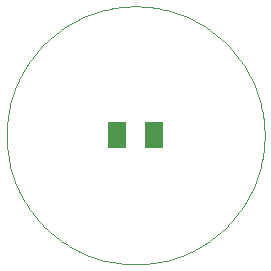
<source format=gtp>
G75*
%MOIN*%
%OFA0B0*%
%FSLAX25Y25*%
%IPPOS*%
%LPD*%
%AMOC8*
5,1,8,0,0,1.08239X$1,22.5*
%
%ADD10C,0.00100*%
%ADD11R,0.05906X0.08661*%
D10*
X0001715Y0044050D02*
X0001728Y0045105D01*
X0001767Y0046160D01*
X0001832Y0047213D01*
X0001922Y0048265D01*
X0002038Y0049314D01*
X0002180Y0050359D01*
X0002348Y0051401D01*
X0002541Y0052439D01*
X0002760Y0053471D01*
X0003004Y0054498D01*
X0003273Y0055519D01*
X0003567Y0056532D01*
X0003885Y0057538D01*
X0004229Y0058536D01*
X0004596Y0059525D01*
X0004988Y0060505D01*
X0005404Y0061475D01*
X0005843Y0062435D01*
X0006306Y0063383D01*
X0006792Y0064320D01*
X0007301Y0065245D01*
X0007833Y0066156D01*
X0008386Y0067055D01*
X0008962Y0067940D01*
X0009559Y0068810D01*
X0010177Y0069665D01*
X0010816Y0070505D01*
X0011476Y0071329D01*
X0012155Y0072136D01*
X0012854Y0072927D01*
X0013572Y0073700D01*
X0014309Y0074456D01*
X0015065Y0075193D01*
X0015838Y0075911D01*
X0016629Y0076610D01*
X0017436Y0077289D01*
X0018260Y0077949D01*
X0019100Y0078588D01*
X0019955Y0079206D01*
X0020825Y0079803D01*
X0021710Y0080379D01*
X0022609Y0080932D01*
X0023520Y0081464D01*
X0024445Y0081973D01*
X0025382Y0082459D01*
X0026330Y0082922D01*
X0027290Y0083361D01*
X0028260Y0083777D01*
X0029240Y0084169D01*
X0030229Y0084536D01*
X0031227Y0084880D01*
X0032233Y0085198D01*
X0033246Y0085492D01*
X0034267Y0085761D01*
X0035294Y0086005D01*
X0036326Y0086224D01*
X0037364Y0086417D01*
X0038406Y0086585D01*
X0039451Y0086727D01*
X0040500Y0086843D01*
X0041552Y0086933D01*
X0042605Y0086998D01*
X0043660Y0087037D01*
X0044715Y0087050D01*
X0045770Y0087037D01*
X0046825Y0086998D01*
X0047878Y0086933D01*
X0048930Y0086843D01*
X0049979Y0086727D01*
X0051024Y0086585D01*
X0052066Y0086417D01*
X0053104Y0086224D01*
X0054136Y0086005D01*
X0055163Y0085761D01*
X0056184Y0085492D01*
X0057197Y0085198D01*
X0058203Y0084880D01*
X0059201Y0084536D01*
X0060190Y0084169D01*
X0061170Y0083777D01*
X0062140Y0083361D01*
X0063100Y0082922D01*
X0064048Y0082459D01*
X0064985Y0081973D01*
X0065910Y0081464D01*
X0066821Y0080932D01*
X0067720Y0080379D01*
X0068605Y0079803D01*
X0069475Y0079206D01*
X0070330Y0078588D01*
X0071170Y0077949D01*
X0071994Y0077289D01*
X0072801Y0076610D01*
X0073592Y0075911D01*
X0074365Y0075193D01*
X0075121Y0074456D01*
X0075858Y0073700D01*
X0076576Y0072927D01*
X0077275Y0072136D01*
X0077954Y0071329D01*
X0078614Y0070505D01*
X0079253Y0069665D01*
X0079871Y0068810D01*
X0080468Y0067940D01*
X0081044Y0067055D01*
X0081597Y0066156D01*
X0082129Y0065245D01*
X0082638Y0064320D01*
X0083124Y0063383D01*
X0083587Y0062435D01*
X0084026Y0061475D01*
X0084442Y0060505D01*
X0084834Y0059525D01*
X0085201Y0058536D01*
X0085545Y0057538D01*
X0085863Y0056532D01*
X0086157Y0055519D01*
X0086426Y0054498D01*
X0086670Y0053471D01*
X0086889Y0052439D01*
X0087082Y0051401D01*
X0087250Y0050359D01*
X0087392Y0049314D01*
X0087508Y0048265D01*
X0087598Y0047213D01*
X0087663Y0046160D01*
X0087702Y0045105D01*
X0087715Y0044050D01*
X0087702Y0042995D01*
X0087663Y0041940D01*
X0087598Y0040887D01*
X0087508Y0039835D01*
X0087392Y0038786D01*
X0087250Y0037741D01*
X0087082Y0036699D01*
X0086889Y0035661D01*
X0086670Y0034629D01*
X0086426Y0033602D01*
X0086157Y0032581D01*
X0085863Y0031568D01*
X0085545Y0030562D01*
X0085201Y0029564D01*
X0084834Y0028575D01*
X0084442Y0027595D01*
X0084026Y0026625D01*
X0083587Y0025665D01*
X0083124Y0024717D01*
X0082638Y0023780D01*
X0082129Y0022855D01*
X0081597Y0021944D01*
X0081044Y0021045D01*
X0080468Y0020160D01*
X0079871Y0019290D01*
X0079253Y0018435D01*
X0078614Y0017595D01*
X0077954Y0016771D01*
X0077275Y0015964D01*
X0076576Y0015173D01*
X0075858Y0014400D01*
X0075121Y0013644D01*
X0074365Y0012907D01*
X0073592Y0012189D01*
X0072801Y0011490D01*
X0071994Y0010811D01*
X0071170Y0010151D01*
X0070330Y0009512D01*
X0069475Y0008894D01*
X0068605Y0008297D01*
X0067720Y0007721D01*
X0066821Y0007168D01*
X0065910Y0006636D01*
X0064985Y0006127D01*
X0064048Y0005641D01*
X0063100Y0005178D01*
X0062140Y0004739D01*
X0061170Y0004323D01*
X0060190Y0003931D01*
X0059201Y0003564D01*
X0058203Y0003220D01*
X0057197Y0002902D01*
X0056184Y0002608D01*
X0055163Y0002339D01*
X0054136Y0002095D01*
X0053104Y0001876D01*
X0052066Y0001683D01*
X0051024Y0001515D01*
X0049979Y0001373D01*
X0048930Y0001257D01*
X0047878Y0001167D01*
X0046825Y0001102D01*
X0045770Y0001063D01*
X0044715Y0001050D01*
X0043660Y0001063D01*
X0042605Y0001102D01*
X0041552Y0001167D01*
X0040500Y0001257D01*
X0039451Y0001373D01*
X0038406Y0001515D01*
X0037364Y0001683D01*
X0036326Y0001876D01*
X0035294Y0002095D01*
X0034267Y0002339D01*
X0033246Y0002608D01*
X0032233Y0002902D01*
X0031227Y0003220D01*
X0030229Y0003564D01*
X0029240Y0003931D01*
X0028260Y0004323D01*
X0027290Y0004739D01*
X0026330Y0005178D01*
X0025382Y0005641D01*
X0024445Y0006127D01*
X0023520Y0006636D01*
X0022609Y0007168D01*
X0021710Y0007721D01*
X0020825Y0008297D01*
X0019955Y0008894D01*
X0019100Y0009512D01*
X0018260Y0010151D01*
X0017436Y0010811D01*
X0016629Y0011490D01*
X0015838Y0012189D01*
X0015065Y0012907D01*
X0014309Y0013644D01*
X0013572Y0014400D01*
X0012854Y0015173D01*
X0012155Y0015964D01*
X0011476Y0016771D01*
X0010816Y0017595D01*
X0010177Y0018435D01*
X0009559Y0019290D01*
X0008962Y0020160D01*
X0008386Y0021045D01*
X0007833Y0021944D01*
X0007301Y0022855D01*
X0006792Y0023780D01*
X0006306Y0024717D01*
X0005843Y0025665D01*
X0005404Y0026625D01*
X0004988Y0027595D01*
X0004596Y0028575D01*
X0004229Y0029564D01*
X0003885Y0030562D01*
X0003567Y0031568D01*
X0003273Y0032581D01*
X0003004Y0033602D01*
X0002760Y0034629D01*
X0002541Y0035661D01*
X0002348Y0036699D01*
X0002180Y0037741D01*
X0002038Y0038786D01*
X0001922Y0039835D01*
X0001832Y0040887D01*
X0001767Y0041940D01*
X0001728Y0042995D01*
X0001715Y0044050D01*
D11*
X0038612Y0044050D03*
X0050817Y0044050D03*
M02*

</source>
